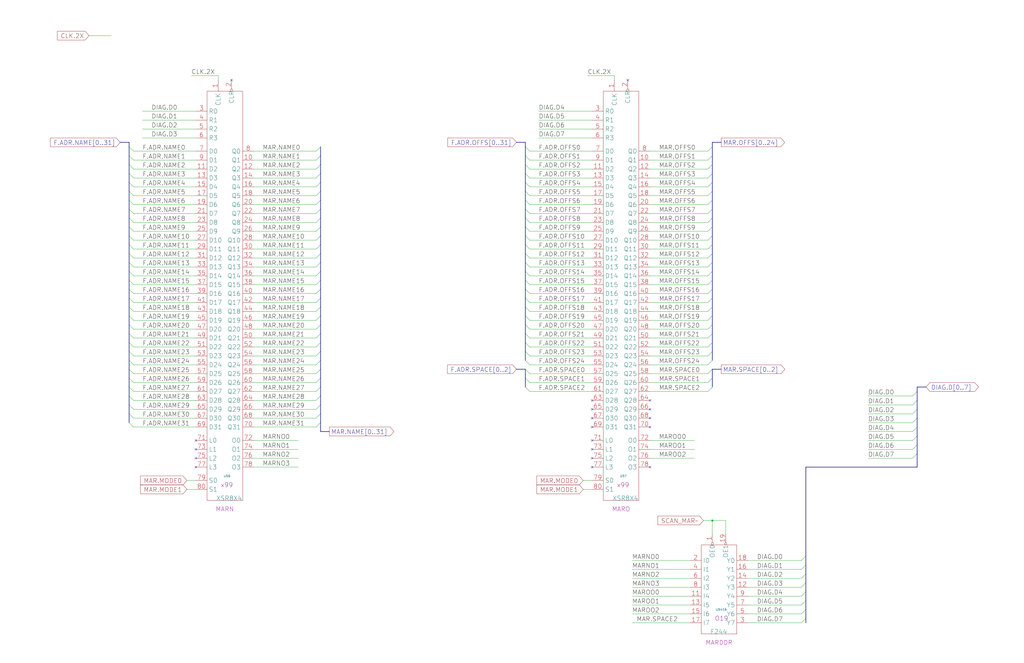
<source format=kicad_sch>
(kicad_sch (version 20221206) (generator eeschema)
  (paper "User" 584.2 378.46)
  (title_block (title "MAR NAME AND OFFSET") (date "20-MAR-90") (rev "1.0") (comment 1 "FIU") (comment 2 "232-003065") (comment 3 "S400") (comment 4 "RELEASED"))
  (lib_symbols
    (symbol "r1000:F244" (pin_names (offset 1.016))
      (property "Reference" "U" (at 2.54 5.08 0))
      (property "Value" "F244" (at -3.81 -7.62 0))
      (property "Location" "___" (at -1.27 0 0))
      (property "Name" "______" (at 1.27 -15.24 0))
      (symbol "F244_1_1"
        (rectangle (start -8.89 41.91) (end 11.43 -8.89))
        (circle (center -2.54 42.545) (radius 0.635))
        (circle (center 5.08 42.545) (radius 0.635))
        (pin input line (at -2.54 48.26 270) (length 5.08) (name "OE0") (number "1"))
        (pin input line (at -15.24 12.7 0) (length 6.35) (name "I4") (number "11"))
        (pin tri_state line (at 17.78 17.78 180) (length 6.35) (name "Y3") (number "12"))
        (pin input line (at -15.24 7.62 0) (length 6.35) (name "I5") (number "13"))
        (pin tri_state line (at 17.78 22.86 180) (length 6.35) (name "Y2") (number "14"))
        (pin input line (at -15.24 2.54 0) (length 6.35) (name "I6") (number "15"))
        (pin tri_state line (at 17.78 27.94 180) (length 6.35) (name "Y1") (number "16"))
        (pin input line (at -15.24 -2.54 0) (length 6.35) (name "I7") (number "17"))
        (pin tri_state line (at 17.78 33.02 180) (length 6.35) (name "Y0") (number "18"))
        (pin input line (at 5.08 48.26 270) (length 5.08) (name "OE1") (number "19"))
        (pin input line (at -15.24 33.02 0) (length 6.35) (name "I0") (number "2"))
        (pin tri_state line (at 17.78 -2.54 180) (length 6.35) (name "Y7") (number "3"))
        (pin input line (at -15.24 27.94 0) (length 6.35) (name "I1") (number "4"))
        (pin tri_state line (at 17.78 2.54 180) (length 6.35) (name "Y6") (number "5"))
        (pin input line (at -15.24 22.86 0) (length 6.35) (name "I2") (number "6"))
        (pin tri_state line (at 17.78 7.62 180) (length 6.35) (name "Y5") (number "7"))
        (pin input line (at -15.24 17.78 0) (length 6.35) (name "I3") (number "8"))
        (pin tri_state line (at 17.78 12.7 180) (length 6.35) (name "Y4") (number "9"))
      )
    )
    (symbol "r1000:XSR8X4" (pin_names (offset 1.016))
      (property "Reference" "U" (at 2.54 5.08 0))
      (property "Value" "XSR8X4" (at -3.81 -7.62 0))
      (property "Location" "___" (at -1.27 0 0))
      (property "Name" "______" (at 1.27 -15.24 0))
      (symbol "XSR8X4_1_1"
        (rectangle (start -8.89 224.79) (end 11.43 -8.89))
        (circle (center 5.08 225.425) (radius 0.635))
        (pin input line (at -2.54 231.14 270) (length 6.35) (name "CLK") (number "1"))
        (pin output line (at 17.78 185.42 180) (length 6.35) (name "Q1") (number "10"))
        (pin input line (at -15.24 180.34 0) (length 6.35) (name "D2") (number "11"))
        (pin output line (at 17.78 180.34 180) (length 6.35) (name "Q2") (number "12"))
        (pin input line (at -15.24 175.26 0) (length 6.35) (name "D3") (number "13"))
        (pin output line (at 17.78 175.26 180) (length 6.35) (name "Q3") (number "14"))
        (pin input line (at -15.24 170.18 0) (length 6.35) (name "D4") (number "15"))
        (pin output line (at 17.78 170.18 180) (length 6.35) (name "Q4") (number "16"))
        (pin input line (at -15.24 165.1 0) (length 6.35) (name "D5") (number "17"))
        (pin output line (at 17.78 165.1 180) (length 6.35) (name "Q5") (number "18"))
        (pin input line (at -15.24 160.02 0) (length 6.35) (name "D6") (number "19"))
        (pin input line (at 5.08 231.14 270) (length 5.08) (name "CLR") (number "2"))
        (pin output line (at 17.78 160.02 180) (length 6.35) (name "Q6") (number "20"))
        (pin input line (at -15.24 154.94 0) (length 6.35) (name "D7") (number "21"))
        (pin output line (at 17.78 154.94 180) (length 6.35) (name "Q7") (number "22"))
        (pin input line (at -15.24 149.86 0) (length 6.35) (name "D8") (number "23"))
        (pin output line (at 17.78 149.86 180) (length 6.35) (name "Q8") (number "24"))
        (pin input line (at -15.24 144.78 0) (length 6.35) (name "D9") (number "25"))
        (pin output line (at 17.78 144.78 180) (length 6.35) (name "Q9") (number "26"))
        (pin input line (at -15.24 139.7 0) (length 6.35) (name "D10") (number "27"))
        (pin output line (at 17.78 139.7 180) (length 6.35) (name "Q10") (number "28"))
        (pin input line (at -15.24 134.62 0) (length 6.35) (name "D11") (number "29"))
        (pin input line (at -15.24 213.36 0) (length 6.35) (name "R0") (number "3"))
        (pin output line (at 17.78 134.62 180) (length 6.35) (name "Q11") (number "30"))
        (pin input line (at -15.24 129.54 0) (length 6.35) (name "D12") (number "31"))
        (pin output line (at 17.78 129.54 180) (length 6.35) (name "Q12") (number "32"))
        (pin input line (at -15.24 124.46 0) (length 6.35) (name "D13") (number "33"))
        (pin output line (at 17.78 124.46 180) (length 6.35) (name "Q13") (number "34"))
        (pin input line (at -15.24 119.38 0) (length 6.35) (name "D14") (number "35"))
        (pin output line (at 17.78 119.38 180) (length 6.35) (name "Q14") (number "36"))
        (pin input line (at -15.24 114.3 0) (length 6.35) (name "D15") (number "37"))
        (pin output line (at 17.78 114.3 180) (length 6.35) (name "Q15") (number "38"))
        (pin input line (at -15.24 109.22 0) (length 6.35) (name "D16") (number "39"))
        (pin input line (at -15.24 208.28 0) (length 6.35) (name "R1") (number "4"))
        (pin output line (at 17.78 109.22 180) (length 6.35) (name "Q16") (number "40"))
        (pin input line (at -15.24 104.14 0) (length 6.35) (name "D17") (number "41"))
        (pin output line (at 17.78 104.14 180) (length 6.35) (name "Q17") (number "42"))
        (pin input line (at -15.24 99.06 0) (length 6.35) (name "D18") (number "43"))
        (pin output line (at 17.78 99.06 180) (length 6.35) (name "Q18") (number "44"))
        (pin input line (at -15.24 93.98 0) (length 6.35) (name "D19") (number "45"))
        (pin output line (at 17.78 93.98 180) (length 6.35) (name "Q19") (number "46"))
        (pin input line (at -15.24 88.9 0) (length 6.35) (name "D20") (number "47"))
        (pin output line (at 17.78 88.9 180) (length 6.35) (name "Q20") (number "48"))
        (pin input line (at -15.24 83.82 0) (length 6.35) (name "D21") (number "49"))
        (pin input line (at -15.24 203.2 0) (length 6.35) (name "R2") (number "5"))
        (pin output line (at 17.78 83.82 180) (length 6.35) (name "Q21") (number "50"))
        (pin input line (at -15.24 78.74 0) (length 6.35) (name "D22") (number "51"))
        (pin output line (at 17.78 78.74 180) (length 6.35) (name "Q22") (number "52"))
        (pin input line (at -15.24 73.66 0) (length 6.35) (name "D23") (number "53"))
        (pin output line (at 17.78 73.66 180) (length 6.35) (name "Q23") (number "54"))
        (pin input line (at -15.24 68.58 0) (length 6.35) (name "D24") (number "55"))
        (pin output line (at 17.78 68.58 180) (length 6.35) (name "Q24") (number "56"))
        (pin input line (at -15.24 63.5 0) (length 6.35) (name "D25") (number "57"))
        (pin output line (at 17.78 63.5 180) (length 6.35) (name "Q25") (number "58"))
        (pin input line (at -15.24 58.42 0) (length 6.35) (name "D26") (number "59"))
        (pin input line (at -15.24 198.12 0) (length 6.35) (name "R3") (number "6"))
        (pin output line (at 17.78 58.42 180) (length 6.35) (name "Q26") (number "60"))
        (pin input line (at -15.24 53.34 0) (length 6.35) (name "D27") (number "61"))
        (pin output line (at 17.78 53.34 180) (length 6.35) (name "Q27") (number "62"))
        (pin input line (at -15.24 48.26 0) (length 6.35) (name "D28") (number "63"))
        (pin output line (at 17.78 48.26 180) (length 6.35) (name "Q28") (number "64"))
        (pin input line (at -15.24 43.18 0) (length 6.35) (name "D29") (number "65"))
        (pin output line (at 17.78 43.18 180) (length 6.35) (name "Q29") (number "66"))
        (pin input line (at -15.24 38.1 0) (length 6.35) (name "D30") (number "67"))
        (pin output line (at 17.78 38.1 180) (length 6.35) (name "Q30") (number "68"))
        (pin input line (at -15.24 33.02 0) (length 6.35) (name "D31") (number "69"))
        (pin input line (at -15.24 190.5 0) (length 6.35) (name "D0") (number "7"))
        (pin output line (at 17.78 33.02 180) (length 6.35) (name "Q31") (number "70"))
        (pin input line (at -15.24 25.4 0) (length 6.35) (name "L0") (number "71"))
        (pin output line (at 17.78 25.4 180) (length 6.35) (name "O0") (number "72"))
        (pin input line (at -15.24 20.32 0) (length 6.35) (name "L1") (number "73"))
        (pin output line (at 17.78 20.32 180) (length 6.35) (name "O1") (number "74"))
        (pin input line (at -15.24 15.24 0) (length 6.35) (name "L2") (number "75"))
        (pin output line (at 17.78 15.24 180) (length 6.35) (name "O2") (number "76"))
        (pin input line (at -15.24 10.16 0) (length 6.35) (name "L3") (number "77"))
        (pin output line (at 17.78 10.16 180) (length 6.35) (name "O3") (number "78"))
        (pin input line (at -15.24 2.54 0) (length 6.35) (name "S0") (number "79"))
        (pin output line (at 17.78 190.5 180) (length 6.35) (name "Q0") (number "8"))
        (pin input line (at -15.24 -2.54 0) (length 6.35) (name "S1") (number "80"))
        (pin input line (at -15.24 185.42 0) (length 6.35) (name "D1") (number "9"))
      )
    )
  )
  (junction (at 406.4 297.18))
  (no_connect (at 111.76 266.7))
  (no_connect (at 337.82 256.54))
  (no_connect (at 358.14 45.72))
  (no_connect (at 337.82 266.7))
  (no_connect (at 111.76 251.46))
  (no_connect (at 111.76 256.54))
  (no_connect (at 132.08 45.72))
  (no_connect (at 337.82 251.46))
  (no_connect (at 111.76 261.62))
  (no_connect (at 337.82 261.62))
  (no_connect (at 370.84 266.7))
  (no_connect (at 337.82 228.6))
  (no_connect (at 337.82 233.68))
  (no_connect (at 337.82 238.76))
  (no_connect (at 370.84 228.6))
  (no_connect (at 370.84 233.68))
  (no_connect (at 370.84 238.76))
  (no_connect (at 370.84 243.84))
  (no_connect (at 337.82 243.84))
  (bus_entry (at 73.66 226.06) (size 2.54 2.54))
  (bus_entry (at 182.88 114.3) (size -2.54 2.54))
  (bus_entry (at 299.72 144.78) (size 2.54 2.54))
  (bus_entry (at 406.4 205.74) (size -2.54 2.54))
  (bus_entry (at 406.4 93.98) (size -2.54 2.54))
  (bus_entry (at 73.66 83.82) (size 2.54 2.54))
  (bus_entry (at 73.66 215.9) (size 2.54 2.54))
  (bus_entry (at 73.66 160.02) (size 2.54 2.54))
  (bus_entry (at 182.88 124.46) (size -2.54 2.54))
  (bus_entry (at 299.72 88.9) (size 2.54 2.54))
  (bus_entry (at 406.4 134.62) (size -2.54 2.54))
  (bus_entry (at 406.4 180.34) (size -2.54 2.54))
  (bus_entry (at 182.88 236.22) (size -2.54 2.54))
  (bus_entry (at 73.66 236.22) (size 2.54 2.54))
  (bus_entry (at 182.88 99.06) (size -2.54 2.54))
  (bus_entry (at 182.88 109.22) (size -2.54 2.54))
  (bus_entry (at 73.66 170.18) (size 2.54 2.54))
  (bus_entry (at 182.88 195.58) (size -2.54 2.54))
  (bus_entry (at 406.4 160.02) (size -2.54 2.54))
  (bus_entry (at 299.72 114.3) (size 2.54 2.54))
  (bus_entry (at 299.72 170.18) (size 2.54 2.54))
  (bus_entry (at 182.88 200.66) (size -2.54 2.54))
  (bus_entry (at 299.72 220.98) (size 2.54 2.54))
  (bus_entry (at 406.4 185.42) (size -2.54 2.54))
  (bus_entry (at 406.4 149.86) (size -2.54 2.54))
  (bus_entry (at 182.88 241.3) (size -2.54 2.54))
  (bus_entry (at 406.4 124.46) (size -2.54 2.54))
  (bus_entry (at 73.66 104.14) (size 2.54 2.54))
  (bus_entry (at 73.66 139.7) (size 2.54 2.54))
  (bus_entry (at 406.4 210.82) (size -2.54 2.54))
  (bus_entry (at 182.88 165.1) (size -2.54 2.54))
  (bus_entry (at 406.4 144.78) (size -2.54 2.54))
  (bus_entry (at 299.72 99.06) (size 2.54 2.54))
  (bus_entry (at 299.72 185.42) (size 2.54 2.54))
  (bus_entry (at 459.74 327.66) (size -2.54 2.54))
  (bus_entry (at 299.72 200.66) (size 2.54 2.54))
  (bus_entry (at 459.74 353.06) (size -2.54 2.54))
  (bus_entry (at 406.4 109.22) (size -2.54 2.54))
  (bus_entry (at 182.88 210.82) (size -2.54 2.54))
  (bus_entry (at 182.88 190.5) (size -2.54 2.54))
  (bus_entry (at 299.72 160.02) (size 2.54 2.54))
  (bus_entry (at 182.88 220.98) (size -2.54 2.54))
  (bus_entry (at 459.74 322.58) (size -2.54 2.54))
  (bus_entry (at 73.66 109.22) (size 2.54 2.54))
  (bus_entry (at 182.88 180.34) (size -2.54 2.54))
  (bus_entry (at 406.4 83.82) (size -2.54 2.54))
  (bus_entry (at 523.24 223.52) (size -2.54 2.54))
  (bus_entry (at 299.72 195.58) (size 2.54 2.54))
  (bus_entry (at 406.4 220.98) (size -2.54 2.54))
  (bus_entry (at 299.72 154.94) (size 2.54 2.54))
  (bus_entry (at 523.24 243.84) (size -2.54 2.54))
  (bus_entry (at 299.72 139.7) (size 2.54 2.54))
  (bus_entry (at 299.72 104.14) (size 2.54 2.54))
  (bus_entry (at 73.66 195.58) (size 2.54 2.54))
  (bus_entry (at 182.88 205.74) (size -2.54 2.54))
  (bus_entry (at 459.74 317.5) (size -2.54 2.54))
  (bus_entry (at 182.88 144.78) (size -2.54 2.54))
  (bus_entry (at 299.72 215.9) (size 2.54 2.54))
  (bus_entry (at 523.24 238.76) (size -2.54 2.54))
  (bus_entry (at 182.88 139.7) (size -2.54 2.54))
  (bus_entry (at 182.88 129.54) (size -2.54 2.54))
  (bus_entry (at 299.72 210.82) (size 2.54 2.54))
  (bus_entry (at 182.88 88.9) (size -2.54 2.54))
  (bus_entry (at 299.72 205.74) (size 2.54 2.54))
  (bus_entry (at 459.74 347.98) (size -2.54 2.54))
  (bus_entry (at 182.88 160.02) (size -2.54 2.54))
  (bus_entry (at 73.66 149.86) (size 2.54 2.54))
  (bus_entry (at 182.88 226.06) (size -2.54 2.54))
  (bus_entry (at 406.4 175.26) (size -2.54 2.54))
  (bus_entry (at 182.88 134.62) (size -2.54 2.54))
  (bus_entry (at 182.88 83.82) (size -2.54 2.54))
  (bus_entry (at 299.72 119.38) (size 2.54 2.54))
  (bus_entry (at 523.24 254) (size -2.54 2.54))
  (bus_entry (at 299.72 175.26) (size 2.54 2.54))
  (bus_entry (at 406.4 170.18) (size -2.54 2.54))
  (bus_entry (at 299.72 129.54) (size 2.54 2.54))
  (bus_entry (at 73.66 134.62) (size 2.54 2.54))
  (bus_entry (at 299.72 149.86) (size 2.54 2.54))
  (bus_entry (at 299.72 83.82) (size 2.54 2.54))
  (bus_entry (at 299.72 124.46) (size 2.54 2.54))
  (bus_entry (at 73.66 175.26) (size 2.54 2.54))
  (bus_entry (at 406.4 119.38) (size -2.54 2.54))
  (bus_entry (at 73.66 129.54) (size 2.54 2.54))
  (bus_entry (at 182.88 185.42) (size -2.54 2.54))
  (bus_entry (at 73.66 200.66) (size 2.54 2.54))
  (bus_entry (at 73.66 205.74) (size 2.54 2.54))
  (bus_entry (at 182.88 170.18) (size -2.54 2.54))
  (bus_entry (at 73.66 210.82) (size 2.54 2.54))
  (bus_entry (at 406.4 215.9) (size -2.54 2.54))
  (bus_entry (at 406.4 114.3) (size -2.54 2.54))
  (bus_entry (at 73.66 190.5) (size 2.54 2.54))
  (bus_entry (at 523.24 228.6) (size -2.54 2.54))
  (bus_entry (at 73.66 154.94) (size 2.54 2.54))
  (bus_entry (at 73.66 220.98) (size 2.54 2.54))
  (bus_entry (at 182.88 231.14) (size -2.54 2.54))
  (bus_entry (at 406.4 154.94) (size -2.54 2.54))
  (bus_entry (at 299.72 190.5) (size 2.54 2.54))
  (bus_entry (at 73.66 99.06) (size 2.54 2.54))
  (bus_entry (at 459.74 342.9) (size -2.54 2.54))
  (bus_entry (at 182.88 93.98) (size -2.54 2.54))
  (bus_entry (at 406.4 104.14) (size -2.54 2.54))
  (bus_entry (at 406.4 200.66) (size -2.54 2.54))
  (bus_entry (at 406.4 165.1) (size -2.54 2.54))
  (bus_entry (at 299.72 109.22) (size 2.54 2.54))
  (bus_entry (at 523.24 259.08) (size -2.54 2.54))
  (bus_entry (at 73.66 185.42) (size 2.54 2.54))
  (bus_entry (at 73.66 165.1) (size 2.54 2.54))
  (bus_entry (at 73.66 124.46) (size 2.54 2.54))
  (bus_entry (at 406.4 195.58) (size -2.54 2.54))
  (bus_entry (at 182.88 215.9) (size -2.54 2.54))
  (bus_entry (at 523.24 248.92) (size -2.54 2.54))
  (bus_entry (at 73.66 119.38) (size 2.54 2.54))
  (bus_entry (at 73.66 88.9) (size 2.54 2.54))
  (bus_entry (at 73.66 93.98) (size 2.54 2.54))
  (bus_entry (at 299.72 134.62) (size 2.54 2.54))
  (bus_entry (at 182.88 149.86) (size -2.54 2.54))
  (bus_entry (at 406.4 99.06) (size -2.54 2.54))
  (bus_entry (at 73.66 231.14) (size 2.54 2.54))
  (bus_entry (at 299.72 180.34) (size 2.54 2.54))
  (bus_entry (at 459.74 332.74) (size -2.54 2.54))
  (bus_entry (at 406.4 139.7) (size -2.54 2.54))
  (bus_entry (at 182.88 154.94) (size -2.54 2.54))
  (bus_entry (at 299.72 165.1) (size 2.54 2.54))
  (bus_entry (at 406.4 88.9) (size -2.54 2.54))
  (bus_entry (at 299.72 93.98) (size 2.54 2.54))
  (bus_entry (at 523.24 233.68) (size -2.54 2.54))
  (bus_entry (at 73.66 241.3) (size 2.54 2.54))
  (bus_entry (at 459.74 337.82) (size -2.54 2.54))
  (bus_entry (at 182.88 119.38) (size -2.54 2.54))
  (bus_entry (at 73.66 114.3) (size 2.54 2.54))
  (bus_entry (at 73.66 180.34) (size 2.54 2.54))
  (bus_entry (at 406.4 129.54) (size -2.54 2.54))
  (bus_entry (at 182.88 104.14) (size -2.54 2.54))
  (bus_entry (at 182.88 175.26) (size -2.54 2.54))
  (bus_entry (at 406.4 190.5) (size -2.54 2.54))
  (bus_entry (at 73.66 144.78) (size 2.54 2.54))
  (wire (pts (xy 302.26 193.04) (xy 337.82 193.04)))
  (bus (pts (xy 406.4 119.38) (xy 406.4 124.46)))
  (bus (pts (xy 182.88 154.94) (xy 182.88 160.02)))
  (bus (pts (xy 73.66 170.18) (xy 73.66 175.26)))
  (wire (pts (xy 302.26 96.52) (xy 337.82 96.52)))
  (wire (pts (xy 144.78 86.36) (xy 180.34 86.36)))
  (bus (pts (xy 406.4 129.54) (xy 406.4 134.62)))
  (bus (pts (xy 182.88 246.38) (xy 182.88 241.3)))
  (bus (pts (xy 73.66 109.22) (xy 73.66 114.3)))
  (bus (pts (xy 182.88 195.58) (xy 182.88 200.66)))
  (bus (pts (xy 406.4 99.06) (xy 406.4 104.14)))
  (wire (pts (xy 302.26 198.12) (xy 337.82 198.12)))
  (wire (pts (xy 144.78 238.76) (xy 180.34 238.76)))
  (wire (pts (xy 106.68 279.4) (xy 111.76 279.4)))
  (bus (pts (xy 523.24 228.6) (xy 523.24 233.68)))
  (wire (pts (xy 360.68 340.36) (xy 393.7 340.36)))
  (wire (pts (xy 360.68 330.2) (xy 393.7 330.2)))
  (bus (pts (xy 523.24 220.98) (xy 528.32 220.98)))
  (bus (pts (xy 73.66 99.06) (xy 73.66 104.14)))
  (bus (pts (xy 406.4 149.86) (xy 406.4 154.94)))
  (wire (pts (xy 302.26 182.88) (xy 337.82 182.88)))
  (wire (pts (xy 426.72 325.12) (xy 457.2 325.12)))
  (bus (pts (xy 73.66 220.98) (xy 73.66 226.06)))
  (wire (pts (xy 76.2 228.6) (xy 111.76 228.6)))
  (bus (pts (xy 182.88 149.86) (xy 182.88 154.94)))
  (bus (pts (xy 73.66 190.5) (xy 73.66 195.58)))
  (wire (pts (xy 302.26 86.36) (xy 337.82 86.36)))
  (wire (pts (xy 370.84 91.44) (xy 403.86 91.44)))
  (bus (pts (xy 406.4 134.62) (xy 406.4 139.7)))
  (bus (pts (xy 73.66 83.82) (xy 73.66 88.9)))
  (bus (pts (xy 299.72 119.38) (xy 299.72 124.46)))
  (bus (pts (xy 299.72 134.62) (xy 299.72 139.7)))
  (wire (pts (xy 360.68 345.44) (xy 393.7 345.44)))
  (wire (pts (xy 370.84 147.32) (xy 403.86 147.32)))
  (wire (pts (xy 370.84 127) (xy 403.86 127)))
  (wire (pts (xy 76.2 152.4) (xy 111.76 152.4)))
  (wire (pts (xy 350.52 43.18) (xy 350.52 45.72)))
  (bus (pts (xy 294.64 81.28) (xy 299.72 81.28)))
  (wire (pts (xy 144.78 132.08) (xy 180.34 132.08)))
  (bus (pts (xy 406.4 190.5) (xy 406.4 195.58)))
  (wire (pts (xy 426.72 340.36) (xy 457.2 340.36)))
  (wire (pts (xy 76.2 147.32) (xy 111.76 147.32)))
  (bus (pts (xy 182.88 93.98) (xy 182.88 99.06)))
  (wire (pts (xy 76.2 96.52) (xy 111.76 96.52)))
  (wire (pts (xy 370.84 256.54) (xy 396.24 256.54)))
  (bus (pts (xy 299.72 104.14) (xy 299.72 109.22)))
  (bus (pts (xy 523.24 243.84) (xy 523.24 248.92)))
  (wire (pts (xy 76.2 111.76) (xy 111.76 111.76)))
  (bus (pts (xy 73.66 119.38) (xy 73.66 124.46)))
  (wire (pts (xy 144.78 172.72) (xy 180.34 172.72)))
  (wire (pts (xy 76.2 137.16) (xy 111.76 137.16)))
  (wire (pts (xy 144.78 228.6) (xy 180.34 228.6)))
  (wire (pts (xy 370.84 167.64) (xy 403.86 167.64)))
  (wire (pts (xy 76.2 243.84) (xy 111.76 243.84)))
  (bus (pts (xy 406.4 81.28) (xy 411.48 81.28)))
  (bus (pts (xy 406.4 88.9) (xy 406.4 93.98)))
  (bus (pts (xy 459.74 317.5) (xy 459.74 322.58)))
  (bus (pts (xy 73.66 200.66) (xy 73.66 205.74)))
  (wire (pts (xy 302.26 213.36) (xy 337.82 213.36)))
  (wire (pts (xy 302.26 177.8) (xy 337.82 177.8)))
  (wire (pts (xy 144.78 162.56) (xy 180.34 162.56)))
  (wire (pts (xy 144.78 198.12) (xy 180.34 198.12)))
  (wire (pts (xy 332.74 274.32) (xy 337.82 274.32)))
  (bus (pts (xy 299.72 129.54) (xy 299.72 134.62)))
  (bus (pts (xy 73.66 81.28) (xy 73.66 83.82)))
  (wire (pts (xy 302.26 91.44) (xy 337.82 91.44)))
  (wire (pts (xy 495.3 251.46) (xy 520.7 251.46)))
  (bus (pts (xy 73.66 165.1) (xy 73.66 170.18)))
  (wire (pts (xy 406.4 297.18) (xy 414.02 297.18)))
  (wire (pts (xy 144.78 266.7) (xy 170.18 266.7)))
  (bus (pts (xy 299.72 139.7) (xy 299.72 144.78)))
  (bus (pts (xy 459.74 266.7) (xy 523.24 266.7)))
  (bus (pts (xy 73.66 154.94) (xy 73.66 160.02)))
  (wire (pts (xy 414.02 304.8) (xy 414.02 297.18)))
  (wire (pts (xy 144.78 127) (xy 180.34 127)))
  (wire (pts (xy 76.2 167.64) (xy 111.76 167.64)))
  (wire (pts (xy 76.2 198.12) (xy 111.76 198.12)))
  (wire (pts (xy 370.84 111.76) (xy 403.86 111.76)))
  (wire (pts (xy 406.4 304.8) (xy 406.4 297.18)))
  (bus (pts (xy 406.4 195.58) (xy 406.4 200.66)))
  (bus (pts (xy 299.72 83.82) (xy 299.72 88.9)))
  (bus (pts (xy 459.74 337.82) (xy 459.74 342.9)))
  (wire (pts (xy 302.26 172.72) (xy 337.82 172.72)))
  (bus (pts (xy 73.66 134.62) (xy 73.66 139.7)))
  (bus (pts (xy 182.88 215.9) (xy 182.88 220.98)))
  (wire (pts (xy 370.84 193.04) (xy 403.86 193.04)))
  (bus (pts (xy 406.4 144.78) (xy 406.4 149.86)))
  (wire (pts (xy 370.84 86.36) (xy 403.86 86.36)))
  (bus (pts (xy 406.4 210.82) (xy 406.4 215.9)))
  (wire (pts (xy 360.68 350.52) (xy 393.7 350.52)))
  (wire (pts (xy 370.84 177.8) (xy 403.86 177.8)))
  (wire (pts (xy 76.2 157.48) (xy 111.76 157.48)))
  (bus (pts (xy 406.4 104.14) (xy 406.4 109.22)))
  (wire (pts (xy 370.84 223.52) (xy 403.86 223.52)))
  (bus (pts (xy 299.72 165.1) (xy 299.72 170.18)))
  (wire (pts (xy 370.84 213.36) (xy 403.86 213.36)))
  (wire (pts (xy 302.26 223.52) (xy 337.82 223.52)))
  (bus (pts (xy 406.4 180.34) (xy 406.4 185.42)))
  (wire (pts (xy 144.78 152.4) (xy 180.34 152.4)))
  (bus (pts (xy 459.74 342.9) (xy 459.74 347.98)))
  (wire (pts (xy 370.84 261.62) (xy 396.24 261.62)))
  (bus (pts (xy 299.72 88.9) (xy 299.72 93.98)))
  (bus (pts (xy 73.66 180.34) (xy 73.66 185.42)))
  (wire (pts (xy 495.3 226.06) (xy 520.7 226.06)))
  (bus (pts (xy 299.72 144.78) (xy 299.72 149.86)))
  (wire (pts (xy 370.84 96.52) (xy 403.86 96.52)))
  (bus (pts (xy 182.88 160.02) (xy 182.88 165.1)))
  (wire (pts (xy 307.34 73.66) (xy 337.82 73.66)))
  (wire (pts (xy 370.84 116.84) (xy 403.86 116.84)))
  (wire (pts (xy 370.84 137.16) (xy 403.86 137.16)))
  (bus (pts (xy 182.88 175.26) (xy 182.88 180.34)))
  (wire (pts (xy 76.2 187.96) (xy 111.76 187.96)))
  (wire (pts (xy 144.78 223.52) (xy 180.34 223.52)))
  (wire (pts (xy 370.84 106.68) (xy 403.86 106.68)))
  (bus (pts (xy 406.4 170.18) (xy 406.4 175.26)))
  (wire (pts (xy 81.28 78.74) (xy 111.76 78.74)))
  (wire (pts (xy 401.32 297.18) (xy 406.4 297.18)))
  (wire (pts (xy 144.78 187.96) (xy 180.34 187.96)))
  (bus (pts (xy 73.66 175.26) (xy 73.66 180.34)))
  (wire (pts (xy 144.78 243.84) (xy 180.34 243.84)))
  (wire (pts (xy 370.84 162.56) (xy 403.86 162.56)))
  (bus (pts (xy 299.72 210.82) (xy 299.72 215.9)))
  (wire (pts (xy 302.26 142.24) (xy 337.82 142.24)))
  (bus (pts (xy 406.4 93.98) (xy 406.4 99.06)))
  (bus (pts (xy 406.4 185.42) (xy 406.4 190.5)))
  (wire (pts (xy 76.2 238.76) (xy 111.76 238.76)))
  (wire (pts (xy 144.78 203.2) (xy 180.34 203.2)))
  (wire (pts (xy 76.2 106.68) (xy 111.76 106.68)))
  (bus (pts (xy 182.88 190.5) (xy 182.88 195.58)))
  (wire (pts (xy 302.26 157.48) (xy 337.82 157.48)))
  (wire (pts (xy 50.8 20.32) (xy 63.5 20.32)))
  (bus (pts (xy 182.88 119.38) (xy 182.88 124.46)))
  (wire (pts (xy 76.2 208.28) (xy 111.76 208.28)))
  (bus (pts (xy 459.74 327.66) (xy 459.74 332.74)))
  (wire (pts (xy 144.78 147.32) (xy 180.34 147.32)))
  (wire (pts (xy 144.78 116.84) (xy 180.34 116.84)))
  (bus (pts (xy 182.88 200.66) (xy 182.88 205.74)))
  (wire (pts (xy 144.78 261.62) (xy 170.18 261.62)))
  (wire (pts (xy 302.26 111.76) (xy 337.82 111.76)))
  (wire (pts (xy 302.26 116.84) (xy 337.82 116.84)))
  (wire (pts (xy 302.26 218.44) (xy 337.82 218.44)))
  (wire (pts (xy 76.2 218.44) (xy 111.76 218.44)))
  (bus (pts (xy 73.66 104.14) (xy 73.66 109.22)))
  (wire (pts (xy 360.68 335.28) (xy 393.7 335.28)))
  (wire (pts (xy 360.68 325.12) (xy 393.7 325.12)))
  (wire (pts (xy 370.84 121.92) (xy 403.86 121.92)))
  (wire (pts (xy 370.84 203.2) (xy 403.86 203.2)))
  (bus (pts (xy 406.4 114.3) (xy 406.4 119.38)))
  (bus (pts (xy 182.88 226.06) (xy 182.88 231.14)))
  (bus (pts (xy 459.74 353.06) (xy 459.74 355.6)))
  (bus (pts (xy 182.88 114.3) (xy 182.88 119.38)))
  (wire (pts (xy 370.84 101.6) (xy 403.86 101.6)))
  (bus (pts (xy 299.72 124.46) (xy 299.72 129.54)))
  (wire (pts (xy 109.22 43.18) (xy 124.46 43.18)))
  (bus (pts (xy 299.72 114.3) (xy 299.72 119.38)))
  (bus (pts (xy 182.88 236.22) (xy 182.88 241.3)))
  (wire (pts (xy 302.26 147.32) (xy 337.82 147.32)))
  (bus (pts (xy 406.4 175.26) (xy 406.4 180.34)))
  (wire (pts (xy 302.26 132.08) (xy 337.82 132.08)))
  (wire (pts (xy 144.78 213.36) (xy 180.34 213.36)))
  (wire (pts (xy 144.78 157.48) (xy 180.34 157.48)))
  (wire (pts (xy 144.78 106.68) (xy 180.34 106.68)))
  (bus (pts (xy 523.24 248.92) (xy 523.24 254)))
  (bus (pts (xy 459.74 322.58) (xy 459.74 327.66)))
  (bus (pts (xy 73.66 205.74) (xy 73.66 210.82)))
  (wire (pts (xy 144.78 137.16) (xy 180.34 137.16)))
  (wire (pts (xy 426.72 330.2) (xy 457.2 330.2)))
  (wire (pts (xy 144.78 167.64) (xy 180.34 167.64)))
  (bus (pts (xy 299.72 175.26) (xy 299.72 180.34)))
  (wire (pts (xy 76.2 116.84) (xy 111.76 116.84)))
  (wire (pts (xy 370.84 218.44) (xy 403.86 218.44)))
  (wire (pts (xy 426.72 355.6) (xy 457.2 355.6)))
  (wire (pts (xy 81.28 63.5) (xy 111.76 63.5)))
  (bus (pts (xy 406.4 81.28) (xy 406.4 83.82)))
  (bus (pts (xy 299.72 99.06) (xy 299.72 104.14)))
  (wire (pts (xy 76.2 177.8) (xy 111.76 177.8)))
  (wire (pts (xy 76.2 127) (xy 111.76 127)))
  (wire (pts (xy 144.78 91.44) (xy 180.34 91.44)))
  (bus (pts (xy 182.88 210.82) (xy 182.88 215.9)))
  (wire (pts (xy 302.26 187.96) (xy 337.82 187.96)))
  (wire (pts (xy 76.2 223.52) (xy 111.76 223.52)))
  (bus (pts (xy 182.88 88.9) (xy 182.88 93.98)))
  (bus (pts (xy 182.88 246.38) (xy 187.96 246.38)))
  (wire (pts (xy 81.28 73.66) (xy 111.76 73.66)))
  (bus (pts (xy 406.4 215.9) (xy 406.4 220.98)))
  (bus (pts (xy 73.66 195.58) (xy 73.66 200.66)))
  (bus (pts (xy 299.72 180.34) (xy 299.72 185.42)))
  (bus (pts (xy 68.58 81.28) (xy 73.66 81.28)))
  (wire (pts (xy 144.78 251.46) (xy 170.18 251.46)))
  (bus (pts (xy 299.72 215.9) (xy 299.72 220.98)))
  (bus (pts (xy 73.66 160.02) (xy 73.66 165.1)))
  (bus (pts (xy 73.66 215.9) (xy 73.66 220.98)))
  (bus (pts (xy 299.72 93.98) (xy 299.72 99.06)))
  (bus (pts (xy 73.66 129.54) (xy 73.66 134.62)))
  (wire (pts (xy 76.2 121.92) (xy 111.76 121.92)))
  (wire (pts (xy 426.72 335.28) (xy 457.2 335.28)))
  (wire (pts (xy 144.78 121.92) (xy 180.34 121.92)))
  (bus (pts (xy 73.66 114.3) (xy 73.66 119.38)))
  (wire (pts (xy 144.78 177.8) (xy 180.34 177.8)))
  (wire (pts (xy 307.34 78.74) (xy 337.82 78.74)))
  (bus (pts (xy 73.66 185.42) (xy 73.66 190.5)))
  (bus (pts (xy 406.4 200.66) (xy 406.4 205.74)))
  (wire (pts (xy 302.26 203.2) (xy 337.82 203.2)))
  (bus (pts (xy 182.88 104.14) (xy 182.88 109.22)))
  (bus (pts (xy 523.24 233.68) (xy 523.24 238.76)))
  (wire (pts (xy 302.26 208.28) (xy 337.82 208.28)))
  (bus (pts (xy 182.88 124.46) (xy 182.88 129.54)))
  (wire (pts (xy 302.26 167.64) (xy 337.82 167.64)))
  (bus (pts (xy 523.24 223.52) (xy 523.24 228.6)))
  (wire (pts (xy 370.84 251.46) (xy 396.24 251.46)))
  (bus (pts (xy 182.88 165.1) (xy 182.88 170.18)))
  (wire (pts (xy 76.2 91.44) (xy 111.76 91.44)))
  (wire (pts (xy 144.78 218.44) (xy 180.34 218.44)))
  (wire (pts (xy 370.84 152.4) (xy 403.86 152.4)))
  (wire (pts (xy 76.2 233.68) (xy 111.76 233.68)))
  (bus (pts (xy 182.88 139.7) (xy 182.88 144.78)))
  (bus (pts (xy 523.24 254) (xy 523.24 259.08)))
  (wire (pts (xy 76.2 162.56) (xy 111.76 162.56)))
  (wire (pts (xy 360.68 320.04) (xy 393.7 320.04)))
  (wire (pts (xy 144.78 182.88) (xy 180.34 182.88)))
  (bus (pts (xy 459.74 332.74) (xy 459.74 337.82)))
  (wire (pts (xy 370.84 132.08) (xy 403.86 132.08)))
  (bus (pts (xy 459.74 347.98) (xy 459.74 353.06)))
  (bus (pts (xy 523.24 220.98) (xy 523.24 223.52)))
  (bus (pts (xy 182.88 109.22) (xy 182.88 114.3)))
  (bus (pts (xy 299.72 195.58) (xy 299.72 200.66)))
  (wire (pts (xy 335.28 43.18) (xy 350.52 43.18)))
  (bus (pts (xy 73.66 139.7) (xy 73.66 144.78)))
  (bus (pts (xy 406.4 154.94) (xy 406.4 160.02)))
  (wire (pts (xy 370.84 208.28) (xy 403.86 208.28)))
  (wire (pts (xy 76.2 86.36) (xy 111.76 86.36)))
  (wire (pts (xy 76.2 182.88) (xy 111.76 182.88)))
  (bus (pts (xy 182.88 83.82) (xy 182.88 88.9)))
  (wire (pts (xy 370.84 142.24) (xy 403.86 142.24)))
  (wire (pts (xy 426.72 350.52) (xy 457.2 350.52)))
  (wire (pts (xy 144.78 96.52) (xy 180.34 96.52)))
  (bus (pts (xy 406.4 109.22) (xy 406.4 114.3)))
  (bus (pts (xy 406.4 124.46) (xy 406.4 129.54)))
  (bus (pts (xy 523.24 238.76) (xy 523.24 243.84)))
  (wire (pts (xy 370.84 172.72) (xy 403.86 172.72)))
  (wire (pts (xy 302.26 162.56) (xy 337.82 162.56)))
  (wire (pts (xy 76.2 101.6) (xy 111.76 101.6)))
  (bus (pts (xy 299.72 200.66) (xy 299.72 205.74)))
  (wire (pts (xy 495.3 241.3) (xy 520.7 241.3)))
  (bus (pts (xy 299.72 185.42) (xy 299.72 190.5)))
  (wire (pts (xy 302.26 152.4) (xy 337.82 152.4)))
  (bus (pts (xy 299.72 154.94) (xy 299.72 160.02)))
  (wire (pts (xy 360.68 355.6) (xy 393.7 355.6)))
  (wire (pts (xy 307.34 68.58) (xy 337.82 68.58)))
  (bus (pts (xy 182.88 180.34) (xy 182.88 185.42)))
  (bus (pts (xy 523.24 259.08) (xy 523.24 266.7)))
  (bus (pts (xy 73.66 149.86) (xy 73.66 154.94)))
  (wire (pts (xy 370.84 157.48) (xy 403.86 157.48)))
  (bus (pts (xy 73.66 210.82) (xy 73.66 215.9)))
  (bus (pts (xy 406.4 83.82) (xy 406.4 88.9)))
  (wire (pts (xy 307.34 63.5) (xy 337.82 63.5)))
  (bus (pts (xy 73.66 231.14) (xy 73.66 236.22)))
  (wire (pts (xy 144.78 208.28) (xy 180.34 208.28)))
  (bus (pts (xy 182.88 226.06) (xy 182.88 220.98)))
  (wire (pts (xy 302.26 101.6) (xy 337.82 101.6)))
  (wire (pts (xy 495.3 261.62) (xy 520.7 261.62)))
  (wire (pts (xy 302.26 121.92) (xy 337.82 121.92)))
  (wire (pts (xy 76.2 193.04) (xy 111.76 193.04)))
  (wire (pts (xy 302.26 127) (xy 337.82 127)))
  (bus (pts (xy 406.4 165.1) (xy 406.4 170.18)))
  (wire (pts (xy 76.2 132.08) (xy 111.76 132.08)))
  (bus (pts (xy 73.66 144.78) (xy 73.66 149.86)))
  (bus (pts (xy 299.72 190.5) (xy 299.72 195.58)))
  (bus (pts (xy 182.88 129.54) (xy 182.88 134.62)))
  (wire (pts (xy 144.78 101.6) (xy 180.34 101.6)))
  (wire (pts (xy 144.78 111.76) (xy 180.34 111.76)))
  (bus (pts (xy 182.88 144.78) (xy 182.88 149.86)))
  (wire (pts (xy 144.78 233.68) (xy 180.34 233.68)))
  (bus (pts (xy 299.72 81.28) (xy 299.72 83.82)))
  (wire (pts (xy 370.84 187.96) (xy 403.86 187.96)))
  (bus (pts (xy 182.88 185.42) (xy 182.88 190.5)))
  (wire (pts (xy 495.3 231.14) (xy 520.7 231.14)))
  (wire (pts (xy 144.78 142.24) (xy 180.34 142.24)))
  (wire (pts (xy 302.26 106.68) (xy 337.82 106.68)))
  (wire (pts (xy 370.84 182.88) (xy 403.86 182.88)))
  (wire (pts (xy 76.2 213.36) (xy 111.76 213.36)))
  (wire (pts (xy 370.84 198.12) (xy 403.86 198.12)))
  (wire (pts (xy 495.3 236.22) (xy 520.7 236.22)))
  (bus (pts (xy 459.74 266.7) (xy 459.74 317.5)))
  (wire (pts (xy 76.2 142.24) (xy 111.76 142.24)))
  (bus (pts (xy 406.4 139.7) (xy 406.4 144.78)))
  (bus (pts (xy 73.66 226.06) (xy 73.66 231.14)))
  (bus (pts (xy 299.72 149.86) (xy 299.72 154.94)))
  (bus (pts (xy 182.88 139.7) (xy 182.88 134.62)))
  (wire (pts (xy 144.78 193.04) (xy 180.34 193.04)))
  (wire (pts (xy 426.72 320.04) (xy 457.2 320.04)))
  (wire (pts (xy 302.26 137.16) (xy 337.82 137.16)))
  (bus (pts (xy 73.66 236.22) (xy 73.66 241.3)))
  (bus (pts (xy 299.72 170.18) (xy 299.72 175.26)))
  (bus (pts (xy 299.72 160.02) (xy 299.72 165.1)))
  (bus (pts (xy 182.88 231.14) (xy 182.88 236.22)))
  (wire (pts (xy 332.74 279.4) (xy 337.82 279.4)))
  (bus (pts (xy 182.88 170.18) (xy 182.88 175.26)))
  (wire (pts (xy 124.46 43.18) (xy 124.46 45.72)))
  (wire (pts (xy 76.2 172.72) (xy 111.76 172.72)))
  (wire (pts (xy 76.2 203.2) (xy 111.76 203.2)))
  (wire (pts (xy 495.3 246.38) (xy 520.7 246.38)))
  (wire (pts (xy 144.78 256.54) (xy 170.18 256.54)))
  (bus (pts (xy 73.66 93.98) (xy 73.66 99.06)))
  (bus (pts (xy 73.66 124.46) (xy 73.66 129.54)))
  (bus (pts (xy 406.4 210.82) (xy 411.48 210.82)))
  (bus (pts (xy 182.88 205.74) (xy 182.88 210.82)))
  (wire (pts (xy 81.28 68.58) (xy 111.76 68.58)))
  (wire (pts (xy 495.3 256.54) (xy 520.7 256.54)))
  (bus (pts (xy 406.4 160.02) (xy 406.4 165.1)))
  (wire (pts (xy 106.68 274.32) (xy 111.76 274.32)))
  (wire (pts (xy 426.72 345.44) (xy 457.2 345.44)))
  (bus (pts (xy 299.72 109.22) (xy 299.72 114.3)))
  (bus (pts (xy 73.66 88.9) (xy 73.66 93.98)))
  (bus (pts (xy 294.64 210.82) (xy 299.72 210.82)))
  (bus (pts (xy 182.88 99.06) (xy 182.88 104.14)))
  (label "MAR.OFFS13" (at 375.92 152.4 0) (effects (font (size 2.54 2.54))))
  (label "DIAG.D7" (at 495.3 261.62 0) (effects (font (size 2.54 2.54))))
  (label "DIAG.D6" (at 495.3 256.54 0) (effects (font (size 2.54 2.54))))
  (label "F.ADR.OFFS21" (at 307.34 193.04 0) (effects (font (size 2.54 2.54))))
  (label "MAR.NAME4" (at 149.86 106.68 0) (effects (font (size 2.54 2.54))))
  (label "MAR.NAME21" (at 149.86 193.04 0) (effects (font (size 2.54 2.54))))
  (label "F.ADR.NAME22" (at 81.28 198.12 0) (effects (font (size 2.54 2.54))))
  (label "DIAG.D7" (at 307.34 78.74 0) (effects (font (size 2.54 2.54))))
  (label "DIAG.D5" (at 495.3 251.46 0) (effects (font (size 2.54 2.54))))
  (label "MAR.NAME12" (at 149.86 147.32 0) (effects (font (size 2.54 2.54))))
  (label "DIAG.D1" (at 431.8 325.12 0) (effects (font (size 2.54 2.54))))
  (label "MAR.NAME14" (at 149.86 157.48 0) (effects (font (size 2.54 2.54))))
  (label "F.ADR.OFFS23" (at 307.34 203.2 0) (effects (font (size 2.54 2.54))))
  (label "F.ADR.NAME13" (at 81.28 152.4 0) (effects (font (size 2.54 2.54))))
  (label "MAR.NAME13" (at 149.86 152.4 0) (effects (font (size 2.54 2.54))))
  (label "MAR.OFFS21" (at 375.92 193.04 0) (effects (font (size 2.54 2.54))))
  (label "MARNO0" (at 360.68 320.04 0) (effects (font (size 2.54 2.54))))
  (label "F.ADR.OFFS4" (at 307.34 106.68 0) (effects (font (size 2.54 2.54))))
  (label "MAR.NAME29" (at 149.86 233.68 0) (effects (font (size 2.54 2.54))))
  (label "F.ADR.NAME26" (at 81.28 218.44 0) (effects (font (size 2.54 2.54))))
  (label "F.ADR.NAME18" (at 81.28 177.8 0) (effects (font (size 2.54 2.54))))
  (label "F.ADR.OFFS20" (at 307.34 187.96 0) (effects (font (size 2.54 2.54))))
  (label "MAROO2" (at 360.68 350.52 0) (effects (font (size 2.54 2.54))))
  (label "F.ADR.NAME5" (at 81.28 111.76 0) (effects (font (size 2.54 2.54))))
  (label "MAR.OFFS10" (at 375.92 137.16 0) (effects (font (size 2.54 2.54))))
  (label "MAROO2" (at 375.92 261.62 0) (effects (font (size 2.54 2.54))))
  (label "MAR.NAME26" (at 149.86 218.44 0) (effects (font (size 2.54 2.54))))
  (label "MARNO2" (at 149.86 261.62 0) (effects (font (size 2.54 2.54))))
  (label "DIAG.D4" (at 307.34 63.5 0) (effects (font (size 2.54 2.54))))
  (label "MAR.SPACE2" (at 375.92 223.52 0) (effects (font (size 2.54 2.54))))
  (label "MAR.NAME1" (at 149.86 91.44 0) (effects (font (size 2.54 2.54))))
  (label "CLK.2X" (at 109.22 43.18 0) (effects (font (size 2.54 2.54))))
  (label "MARNO2" (at 360.68 330.2 0) (effects (font (size 2.54 2.54))))
  (label "DIAG.D2" (at 86.36 73.66 0) (effects (font (size 2.54 2.54))))
  (label "F.ADR.NAME20" (at 81.28 187.96 0) (effects (font (size 2.54 2.54))))
  (label "F.ADR.OFFS1" (at 307.34 91.44 0) (effects (font (size 2.54 2.54))))
  (label "F.ADR.OFFS15" (at 307.34 162.56 0) (effects (font (size 2.54 2.54))))
  (label "MAR.OFFS4" (at 375.92 106.68 0) (effects (font (size 2.54 2.54))))
  (label "MAR.NAME20" (at 149.86 187.96 0) (effects (font (size 2.54 2.54))))
  (label "F.ADR.OFFS7" (at 307.34 121.92 0) (effects (font (size 2.54 2.54))))
  (label "F.ADR.OFFS5" (at 307.34 111.76 0) (effects (font (size 2.54 2.54))))
  (label "MAR.OFFS18" (at 375.92 177.8 0) (effects (font (size 2.54 2.54))))
  (label "MAR.NAME17" (at 149.86 172.72 0) (effects (font (size 2.54 2.54))))
  (label "MAR.SPACE2" (at 363.22 355.6 0) (effects (font (size 2.54 2.54))))
  (label "DIAG.D5" (at 431.8 345.44 0) (effects (font (size 2.54 2.54))))
  (label "MAR.NAME8" (at 149.86 127 0) (effects (font (size 2.54 2.54))))
  (label "DIAG.D5" (at 307.34 68.58 0) (effects (font (size 2.54 2.54))))
  (label "MAR.OFFS0" (at 375.92 86.36 0) (effects (font (size 2.54 2.54))))
  (label "F.ADR.NAME8" (at 81.28 127 0) (effects (font (size 2.54 2.54))))
  (label "MAR.OFFS11" (at 375.92 142.24 0) (effects (font (size 2.54 2.54))))
  (label "DIAG.D7" (at 431.8 355.6 0) (effects (font (size 2.54 2.54))))
  (label "MAR.OFFS20" (at 375.92 187.96 0) (effects (font (size 2.54 2.54))))
  (label "MAROO1" (at 375.92 256.54 0) (effects (font (size 2.54 2.54))))
  (label "F.ADR.NAME19" (at 81.28 182.88 0) (effects (font (size 2.54 2.54))))
  (label "F.ADR.OFFS14" (at 307.34 157.48 0) (effects (font (size 2.54 2.54))))
  (label "MAR.NAME28" (at 149.86 228.6 0) (effects (font (size 2.54 2.54))))
  (label "MAR.SPACE0" (at 375.92 213.36 0) (effects (font (size 2.54 2.54))))
  (label "MAR.OFFS24" (at 375.92 208.28 0) (effects (font (size 2.54 2.54))))
  (label "F.ADR.OFFS19" (at 307.34 182.88 0) (effects (font (size 2.54 2.54))))
  (label "MARNO0" (at 149.86 251.46 0) (effects (font (size 2.54 2.54))))
  (label "MAR.NAME0" (at 149.86 86.36 0) (effects (font (size 2.54 2.54))))
  (label "F.ADR.NAME24" (at 81.28 208.28 0) (effects (font (size 2.54 2.54))))
  (label "F.ADR.NAME31" (at 81.28 243.84 0) (effects (font (size 2.54 2.54))))
  (label "F.ADR.OFFS22" (at 307.34 198.12 0) (effects (font (size 2.54 2.54))))
  (label "DIAG.D4" (at 495.3 246.38 0) (effects (font (size 2.54 2.54))))
  (label "MARNO3" (at 149.86 266.7 0) (effects (font (size 2.54 2.54))))
  (label "F.ADR.NAME29" (at 81.28 233.68 0) (effects (font (size 2.54 2.54))))
  (label "MAR.NAME31" (at 149.86 243.84 0) (effects (font (size 2.54 2.54))))
  (label "DIAG.D0" (at 495.3 226.06 0) (effects (font (size 2.54 2.54))))
  (label "MAROO0" (at 360.68 340.36 0) (effects (font (size 2.54 2.54))))
  (label "MAR.NAME11" (at 149.86 142.24 0) (effects (font (size 2.54 2.54))))
  (label "MAR.OFFS16" (at 375.92 167.64 0) (effects (font (size 2.54 2.54))))
  (label "DIAG.D0" (at 431.8 320.04 0) (effects (font (size 2.54 2.54))))
  (label "MAR.SPACE1" (at 375.92 218.44 0) (effects (font (size 2.54 2.54))))
  (label "F.ADR.NAME6" (at 81.28 116.84 0) (effects (font (size 2.54 2.54))))
  (label "F.ADR.NAME30" (at 81.28 238.76 0) (effects (font (size 2.54 2.54))))
  (label "MAR.NAME10" (at 149.86 137.16 0) (effects (font (size 2.54 2.54))))
  (label "F.ADR.OFFS16" (at 307.34 167.64 0) (effects (font (size 2.54 2.54))))
  (label "MAR.NAME6" (at 149.86 116.84 0) (effects (font (size 2.54 2.54))))
  (label "F.ADR.SPACE0" (at 307.34 213.36 0) (effects (font (size 2.54 2.54))))
  (label "F.ADR.NAME16" (at 81.28 167.64 0) (effects (font (size 2.54 2.54))))
  (label "MAR.OFFS7" (at 375.92 121.92 0) (effects (font (size 2.54 2.54))))
  (label "F.ADR.NAME9" (at 81.28 132.08 0) (effects (font (size 2.54 2.54))))
  (label "MAROO0" (at 375.92 251.46 0) (effects (font (size 2.54 2.54))))
  (label "MAR.NAME30" (at 149.86 238.76 0) (effects (font (size 2.54 2.54))))
  (label "MAR.OFFS15" (at 375.92 162.56 0) (effects (font (size 2.54 2.54))))
  (label "CLK.2X" (at 335.28 43.18 0) (effects (font (size 2.54 2.54))))
  (label "DIAG.D6" (at 307.34 73.66 0) (effects (font (size 2.54 2.54))))
  (label "MAR.OFFS17" (at 375.92 172.72 0) (effects (font (size 2.54 2.54))))
  (label "F.ADR.NAME12" (at 81.28 147.32 0) (effects (font (size 2.54 2.54))))
  (label "DIAG.D4" (at 431.8 340.36 0) (effects (font (size 2.54 2.54))))
  (label "F.ADR.NAME27" (at 81.28 223.52 0) (effects (font (size 2.54 2.54))))
  (label "MAR.OFFS19" (at 375.92 182.88 0) (effects (font (size 2.54 2.54))))
  (label "MAR.NAME18" (at 149.86 177.8 0) (effects (font (size 2.54 2.54))))
  (label "MAR.NAME22" (at 149.86 198.12 0) (effects (font (size 2.54 2.54))))
  (label "F.ADR.OFFS12" (at 307.34 147.32 0) (effects (font (size 2.54 2.54))))
  (label "F.ADR.NAME15" (at 81.28 162.56 0) (effects (font (size 2.54 2.54))))
  (label "F.ADR.NAME21" (at 81.28 193.04 0) (effects (font (size 2.54 2.54))))
  (label "MARNO1" (at 360.68 325.12 0) (effects (font (size 2.54 2.54))))
  (label "MAR.OFFS9" (at 375.92 132.08 0) (effects (font (size 2.54 2.54))))
  (label "MAR.NAME25" (at 149.86 213.36 0) (effects (font (size 2.54 2.54))))
  (label "F.ADR.NAME1" (at 81.28 91.44 0) (effects (font (size 2.54 2.54))))
  (label "F.ADR.OFFS2" (at 307.34 96.52 0) (effects (font (size 2.54 2.54))))
  (label "DIAG.D0" (at 86.36 63.5 0) (effects (font (size 2.54 2.54))))
  (label "MAR.NAME24" (at 149.86 208.28 0) (effects (font (size 2.54 2.54))))
  (label "F.ADR.OFFS3" (at 307.34 101.6 0) (effects (font (size 2.54 2.54))))
  (label "MAROO1" (at 360.68 345.44 0) (effects (font (size 2.54 2.54))))
  (label "F.ADR.OFFS18" (at 307.34 177.8 0) (effects (font (size 2.54 2.54))))
  (label "DIAG.D2" (at 431.8 330.2 0) (effects (font (size 2.54 2.54))))
  (label "F.ADR.NAME17" (at 81.28 172.72 0) (effects (font (size 2.54 2.54))))
  (label "MAR.OFFS2" (at 375.92 96.52 0) (effects (font (size 2.54 2.54))))
  (label "MAR.NAME15" (at 149.86 162.56 0) (effects (font (size 2.54 2.54))))
  (label "MAR.OFFS6" (at 375.92 116.84 0) (effects (font (size 2.54 2.54))))
  (label "F.ADR.OFFS6" (at 307.34 116.84 0) (effects (font (size 2.54 2.54))))
  (label "DIAG.D6" (at 431.8 350.52 0) (effects (font (size 2.54 2.54))))
  (label "MAR.OFFS12" (at 375.92 147.32 0) (effects (font (size 2.54 2.54))))
  (label "F.ADR.OFFS0" (at 307.34 86.36 0) (effects (font (size 2.54 2.54))))
  (label "F.ADR.OFFS11" (at 307.34 142.24 0) (effects (font (size 2.54 2.54))))
  (label "F.ADR.NAME7" (at 81.28 121.92 0) (effects (font (size 2.54 2.54))))
  (label "F.ADR.NAME2" (at 81.28 96.52 0) (effects (font (size 2.54 2.54))))
  (label "MAR.NAME23" (at 149.86 203.2 0) (effects (font (size 2.54 2.54))))
  (label "F.ADR.NAME28" (at 81.28 228.6 0) (effects (font (size 2.54 2.54))))
  (label "F.ADR.OFFS10" (at 307.34 137.16 0) (effects (font (size 2.54 2.54))))
  (label "DIAG.D3" (at 86.36 78.74 0) (effects (font (size 2.54 2.54))))
  (label "DIAG.D2" (at 495.3 236.22 0) (effects (font (size 2.54 2.54))))
  (label "F.ADR.SPACE1" (at 307.34 218.44 0) (effects (font (size 2.54 2.54))))
  (label "F.ADR.NAME10" (at 81.28 137.16 0) (effects (font (size 2.54 2.54))))
  (label "F.ADR.OFFS24" (at 307.34 208.28 0) (effects (font (size 2.54 2.54))))
  (label "MAR.NAME3" (at 149.86 101.6 0) (effects (font (size 2.54 2.54))))
  (label "F.ADR.NAME0" (at 81.28 86.36 0) (effects (font (size 2.54 2.54))))
  (label "F.ADR.NAME3" (at 81.28 101.6 0) (effects (font (size 2.54 2.54))))
  (label "F.ADR.OFFS13" (at 307.34 152.4 0) (effects (font (size 2.54 2.54))))
  (label "F.ADR.NAME25" (at 81.28 213.36 0) (effects (font (size 2.54 2.54))))
  (label "MAR.NAME27" (at 149.86 223.52 0) (effects (font (size 2.54 2.54))))
  (label "MAR.OFFS5" (at 375.92 111.76 0) (effects (font (size 2.54 2.54))))
  (label "F.ADR.NAME14" (at 81.28 157.48 0) (effects (font (size 2.54 2.54))))
  (label "MAR.OFFS1" (at 375.92 91.44 0) (effects (font (size 2.54 2.54))))
  (label "F.ADR.OFFS9" (at 307.34 132.08 0) (effects (font (size 2.54 2.54))))
  (label "DIAG.D3" (at 495.3 241.3 0) (effects (font (size 2.54 2.54))))
  (label "MAR.NAME5" (at 149.86 111.76 0) (effects (font (size 2.54 2.54))))
  (label "MAR.OFFS8" (at 375.92 127 0) (effects (font (size 2.54 2.54))))
  (label "F.ADR.NAME23" (at 81.28 203.2 0) (effects (font (size 2.54 2.54))))
  (label "MAR.NAME7" (at 149.86 121.92 0) (effects (font (size 2.54 2.54))))
  (label "MAR.OFFS23" (at 375.92 203.2 0) (effects (font (size 2.54 2.54))))
  (label "DIAG.D3" (at 431.8 335.28 0) (effects (font (size 2.54 2.54))))
  (label "MAR.NAME19" (at 149.86 182.88 0) (effects (font (size 2.54 2.54))))
  (label "F.ADR.OFFS8" (at 307.34 127 0) (effects (font (size 2.54 2.54))))
  (label "F.ADR.NAME4" (at 81.28 106.68 0) (effects (font (size 2.54 2.54))))
  (label "DIAG.D1" (at 495.3 231.14 0) (effects (font (size 2.54 2.54))))
  (label "MAR.NAME16" (at 149.86 167.64 0) (effects (font (size 2.54 2.54))))
  (label "DIAG.D1" (at 86.36 68.58 0) (effects (font (size 2.54 2.54))))
  (label "F.ADR.OFFS17" (at 307.34 172.72 0) (effects (font (size 2.54 2.54))))
  (label "F.ADR.SPACE2" (at 307.34 223.52 0) (effects (font (size 2.54 2.54))))
  (label "MAR.OFFS14" (at 375.92 157.48 0) (effects (font (size 2.54 2.54))))
  (label "MARNO1" (at 149.86 256.54 0) (effects (font (size 2.54 2.54))))
  (label "MAR.NAME9" (at 149.86 132.08 0) (effects (font (size 2.54 2.54))))
  (label "MAR.OFFS22" (at 375.92 198.12 0) (effects (font (size 2.54 2.54))))
  (label "F.ADR.NAME11" (at 81.28 142.24 0) (effects (font (size 2.54 2.54))))
  (label "MARNO3" (at 360.68 335.28 0) (effects (font (size 2.54 2.54))))
  (label "MAR.OFFS3" (at 375.92 101.6 0) (effects (font (size 2.54 2.54))))
  (label "MAR.NAME2" (at 149.86 96.52 0) (effects (font (size 2.54 2.54))))
  (global_label "MAR.NAME[0..31]" (shape output) (at 187.96 246.38 0) (effects (font (size 2.54 2.54))) (property "Intersheetrefs" "${INTERSHEET_REFS}" (at 224.7174 246.2213 0) (effects (font (size 1.905 1.905)) (justify left))))
  (global_label "MAR.MODE0" (shape input) (at 332.74 274.32 180) (effects (font (size 2.54 2.54))) (property "Intersheetrefs" "${INTERSHEET_REFS}" (at 305.5966 274.32 0) (effects (justify right))))
  (global_label "F.ADR.NAME[0..31]" (shape input) (at 68.58 81.28 180) (effects (font (size 2.54 2.54))) (property "Intersheetrefs" "${INTERSHEET_REFS}" (at 28.7988 81.1213 0) (effects (font (size 1.905 1.905)) (justify right))))
  (global_label "MAR.MODE1" (shape input) (at 106.68 279.4 180) (effects (font (size 2.54 2.54))) (property "Intersheetrefs" "${INTERSHEET_REFS}" (at 79.5366 279.4 0) (effects (justify right))))
  (global_label "DIAG.D[0..7]" (shape bidirectional) (at 528.32 220.98 0) (effects (font (size 2.54 2.54))) (property "Intersheetrefs" "${INTERSHEET_REFS}" (at 556.006 220.8213 0) (effects (font (size 1.905 1.905)) (justify left))))
  (global_label "SCAN_MAR~" (shape input) (at 401.32 297.18 180) (effects (font (size 2.54 2.54))) (property "Intersheetrefs" "${INTERSHEET_REFS}" (at 375.3273 297.0213 0) (effects (font (size 1.905 1.905)) (justify right))))
  (global_label "CLK.2X" (shape input) (at 50.8 20.32 180) (effects (font (size 2.54 2.54))) (property "Intersheetrefs" "${INTERSHEET_REFS}" (at 32.1234 20.32 0) (effects (font (size 1.905 1.905)) (justify right))))
  (global_label "F.ADR.OFFS[0..31]" (shape input) (at 294.64 81.28 180) (effects (font (size 2.54 2.54))) (property "Intersheetrefs" "${INTERSHEET_REFS}" (at 254.7971 81.28 0) (effects (font (size 1.905 1.905)) (justify right))))
  (global_label "MAR.MODE0" (shape input) (at 106.68 274.32 180) (effects (font (size 2.54 2.54))) (property "Intersheetrefs" "${INTERSHEET_REFS}" (at 79.5366 274.32 0) (effects (justify right))))
  (global_label "MAR.SPACE[0..2]" (shape output) (at 411.48 210.82 0) (effects (font (size 2.54 2.54))) (property "Intersheetrefs" "${INTERSHEET_REFS}" (at 447.7536 210.6613 0) (effects (font (size 1.905 1.905)) (justify left))))
  (global_label "F.ADR.SPACE[0..2]" (shape input) (at 294.64 210.82 180) (effects (font (size 2.54 2.54))) (property "Intersheetrefs" "${INTERSHEET_REFS}" (at 255.3426 210.6613 0) (effects (font (size 1.905 1.905)) (justify right))))
  (global_label "MAR.MODE1" (shape input) (at 332.74 279.4 180) (effects (font (size 2.54 2.54))) (property "Intersheetrefs" "${INTERSHEET_REFS}" (at 305.5966 279.4 0) (effects (justify right))))
  (global_label "MAR.OFFS[0..24]" (shape output) (at 411.48 81.28 0) (effects (font (size 2.54 2.54))) (property "Intersheetrefs" "${INTERSHEET_REFS}" (at 447.6327 81.1213 0) (effects (font (size 1.905 1.905)) (justify left))))
  (symbol (lib_id "r1000:F244") (at 408.94 353.06 0) (unit 1)
    (property "Reference" "U5416" (at 411.48 347.98 0))
    (property "Value" "F244" (at 405.13 360.68 0) (effects (font (size 2.54 2.54)) (justify left)))
    (property "Location" "O19" (at 407.67 353.06 0) (effects (font (size 2.54 2.54)) (justify left)))
    (property "Name" "MARDDR" (at 410.21 368.3 0) (effects (font (size 2.54 2.54)) (justify bottom)))
  )
  (symbol (lib_id "r1000:XSR8X4") (at 353.06 276.86 0) (unit 1)
    (property "Reference" "U57" (at 355.6 271.78 0))
    (property "Value" "XSR8X4" (at 349.25 284.48 0) (effects (font (size 2.54 2.54)) (justify left)))
    (property "Location" "x99" (at 351.79 276.86 0) (effects (font (size 2.54 2.54)) (justify left)))
    (property "Name" "MARO" (at 354.33 292.1 0) (effects (font (size 2.54 2.54)) (justify bottom)))
  )
  (symbol (lib_id "r1000:XSR8X4") (at 127 276.86 0) (unit 1)
    (property "Reference" "U56" (at 129.54 271.78 0))
    (property "Value" "XSR8X4" (at 123.19 284.48 0) (effects (font (size 2.54 2.54)) (justify left)))
    (property "Location" "x99" (at 125.73 276.86 0) (effects (font (size 2.54 2.54)) (justify left)))
    (property "Name" "MARN" (at 128.27 292.1 0) (effects (font (size 2.54 2.54)) (justify bottom)))
  )
)
</source>
